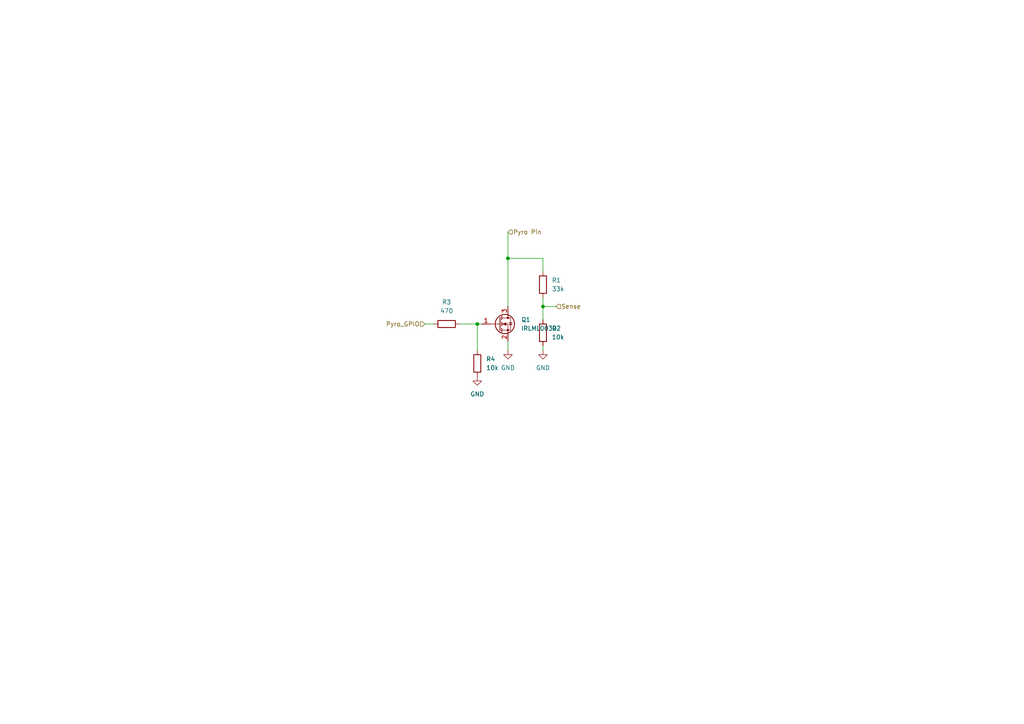
<source format=kicad_sch>
(kicad_sch (version 20250114) (generator "eeschema") (generator_version "9.0")
  (paper "A4")
  (lib_symbols
    (symbol "Device:R" (pin_numbers (hide yes)) (pin_names (offset 0))
      (property "Reference" "R" (at 2.032 0 90))
      (property "Value" "R" (at 0 0 90))
      (symbol "R_0_1"
        (rectangle (start -1.016 -2.54) (end 1.016 2.54) (stroke (width 0.254)))
      )
      (symbol "R_1_1"
        (pin passive line (at 0 3.81 270) (length 1.27) (name "~") (number "1"))
        (pin passive line (at 0 -3.81 90) (length 1.27) (name "~") (number "2"))
      )
    )
    (symbol "Transistor_FET:IRLML0030" (pin_names (hide yes))
      (property "Reference" "Q" (at 5.08 1.905 0))
      (property "Value" "IRLML0030" (at 5.08 0 0))
      (symbol "IRLML0030_0_1"
        (polyline (pts (xy 0.254 1.905) (xy 0.254 -1.905)) (stroke (width 0.254)))
        (polyline (pts (xy 0.254 0) (xy -2.54 0)))
        (polyline (pts (xy 0.762 2.286) (xy 0.762 1.27)) (stroke (width 0.254)))
        (polyline (pts (xy 0.762 0.508) (xy 0.762 -0.508)) (stroke (width 0.254)))
        (polyline (pts (xy 0.762 -1.27) (xy 0.762 -2.286)) (stroke (width 0.254)))
        (polyline (pts (xy 0.762 -1.778) (xy 3.302 -1.778) (xy 3.302 1.778) (xy 0.762 1.778)))
        (polyline (pts (xy 1.016 0) (xy 2.032 0.381) (xy 2.032 -0.381) (xy 1.016 0)) (fill (type outline)))
        (circle (center 1.651 0) (radius 2.794) (stroke (width 0.254)))
        (polyline (pts (xy 2.54 2.54) (xy 2.54 1.778)))
        (circle (center 2.54 1.778) (radius 0.254) (fill (type outline)))
        (circle (center 2.54 -1.778) (radius 0.254) (fill (type outline)))
        (polyline (pts (xy 2.54 -2.54) (xy 2.54 0) (xy 0.762 0)))
        (polyline (pts (xy 2.794 0.508) (xy 2.921 0.381) (xy 3.683 0.381) (xy 3.81 0.254)))
        (polyline (pts (xy 3.302 0.381) (xy 2.921 -0.254) (xy 3.683 -0.254) (xy 3.302 0.381)))
      )
      (symbol "IRLML0030_1_1"
        (pin input line (at -5.08 0 0) (length 2.54) (name "G") (number "1"))
        (pin passive line (at 2.54 5.08 270) (length 2.54) (name "D") (number "3"))
        (pin passive line (at 2.54 -5.08 90) (length 2.54) (name "S") (number "2"))
      )
    )
    (symbol "power:GND" (power) (pin_numbers (hide yes)) (pin_names (offset 0) (hide yes))
      (property "Value" "GND" (at 0 -3.81 0))
      (symbol "GND_0_1"
        (polyline (pts (xy 0 0) (xy 0 -1.27) (xy 1.27 -1.27) (xy 0 -2.54) (xy -1.27 -1.27) (xy 0 -1.27)))
      )
      (symbol "GND_1_1"
        (pin power_in line (at 0 0 270) (length 0) (name "~") (number "1"))
      )
    )
  )
  (junction (at 157.48 88.9))
  (junction (at 138.43 93.98))
  (junction (at 147.32 74.93))
  (wire (pts (xy 123.19 93.98) (xy 125.73 93.98)))
  (wire (pts (xy 133.35 93.98) (xy 138.43 93.98)))
  (wire (pts (xy 147.32 99.06) (xy 147.32 101.6)))
  (wire (pts (xy 157.48 88.9) (xy 161.29 88.9)))
  (wire (pts (xy 147.32 74.93) (xy 157.48 74.93)))
  (wire (pts (xy 157.48 88.9) (xy 157.48 92.71)))
  (wire (pts (xy 147.32 74.93) (xy 147.32 88.9)))
  (wire (pts (xy 157.48 74.93) (xy 157.48 78.74)))
  (wire (pts (xy 138.43 93.98) (xy 139.7 93.98)))
  (wire (pts (xy 157.48 100.33) (xy 157.48 101.6)))
  (wire (pts (xy 138.43 93.98) (xy 138.43 101.6)))
  (wire (pts (xy 157.48 86.36) (xy 157.48 88.9)))
  (wire (pts (xy 147.32 67.31) (xy 147.32 74.93)))
  (hierarchical_label "Pyro Pin" (shape input) (at 147.32 67.31 0))
  (hierarchical_label "Sense" (shape input) (at 161.29 88.9 0))
  (hierarchical_label "Pyro_GPIO" (shape input) (at 123.19 93.98 180))
  (symbol (lib_id "power:GND") (at 157.48 101.6 0) (unit 1)
    (property "Reference" "#PWR03" (effects (hide yes)))
    (property "Value" "GND" (at 157.48 106.68 0))
    (property "Description" "Power symbol creates a global label with name \"GND\" , ground" (effects (hide yes)))
  )
  (symbol (lib_id "power:GND") (at 147.32 101.6 0) (unit 1)
    (property "Reference" "#PWR02" (effects (hide yes)))
    (property "Value" "GND" (at 147.32 106.68 0))
    (property "Description" "Power symbol creates a global label with name \"GND\" , ground" (effects (hide yes)))
  )
  (symbol (lib_id "Device:R") (at 157.48 82.55 0) (unit 1)
    (property "Reference" "R1" (at 160.02 81.2799 0) (effects (justify left)))
    (property "Value" "33k" (at 160.02 83.8199 0) (effects (justify left)))
    (property "Footprint" "Resistor_SMD:R_0402_1005Metric" (effects (hide yes)))
    (property "Description" "Resistor" (effects (hide yes)))
  )
  (symbol (lib_id "power:GND") (at 138.43 109.22 0) (unit 1)
    (property "Reference" "#PWR01" (effects (hide yes)))
    (property "Value" "GND" (at 138.43 114.3 0))
    (property "Description" "Power symbol creates a global label with name \"GND\" , ground" (effects (hide yes)))
  )
  (symbol (lib_id "Device:R") (at 129.54 93.98 90) (unit 1)
    (property "Reference" "R3" (at 129.54 87.63 90))
    (property "Value" "470" (at 129.54 90.17 90))
    (property "Footprint" "Resistor_SMD:R_0402_1005Metric" (effects (hide yes)))
    (property "Description" "Resistor" (effects (hide yes)))
  )
  (symbol (lib_id "Transistor_FET:IRLML0030") (at 144.78 93.98 0) (unit 1)
    (property "Reference" "Q1" (at 151.13 92.7099 0) (effects (justify left)))
    (property "Value" "IRLML0030" (at 151.13 95.2499 0) (effects (justify left)))
    (property "Footprint" "Package_TO_SOT_SMD:SOT-23" (effects (hide yes)))
    (property "Datasheet" "https://www.infineon.com/dgdl/irlml0030pbf.pdf?fileId=5546d462533600a401535664773825df" (effects (hide yes)))
    (property "Description" "5.3A Id, 30V Vds, 27mOhm Rds, N-Channel HEXFET Power MOSFET, SOT-23" (effects (hide yes)))
  )
  (symbol (lib_id "Device:R") (at 138.43 105.41 0) (unit 1)
    (property "Reference" "R4" (at 140.97 104.1399 0) (effects (justify left)))
    (property "Value" "10k" (at 140.97 106.6799 0) (effects (justify left)))
    (property "Footprint" "Resistor_SMD:R_0402_1005Metric" (effects (hide yes)))
    (property "Description" "Resistor" (effects (hide yes)))
  )
  (symbol (lib_id "Device:R") (at 157.48 96.52 0) (unit 1)
    (property "Reference" "R2" (at 160.02 95.2499 0) (effects (justify left)))
    (property "Value" "10k" (at 160.02 97.7899 0) (effects (justify left)))
    (property "Footprint" "Resistor_SMD:R_0402_1005Metric" (effects (hide yes)))
    (property "Description" "Resistor" (effects (hide yes)))
  )
)
</source>
